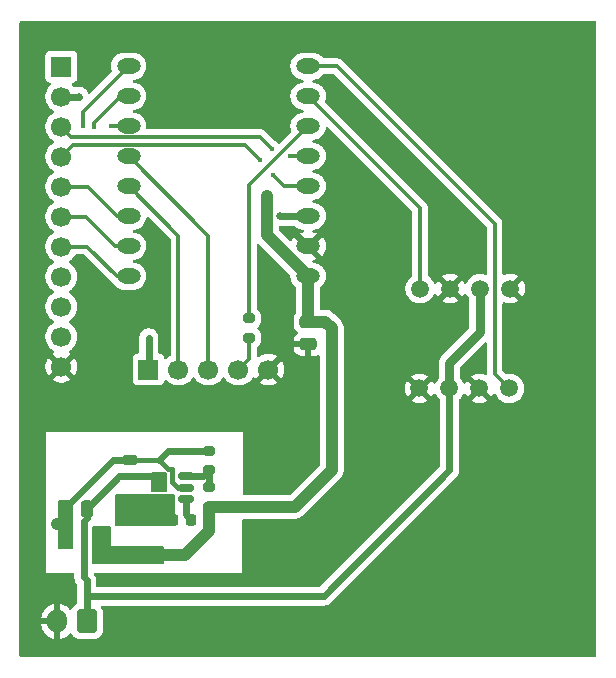
<source format=gtl>
%TF.GenerationSoftware,KiCad,Pcbnew,9.0.7*%
%TF.CreationDate,2026-02-24T20:15:18+00:00*%
%TF.ProjectId,AD5M,4144354d-2e6b-4696-9361-645f70636258,rev?*%
%TF.SameCoordinates,Original*%
%TF.FileFunction,Copper,L1,Top*%
%TF.FilePolarity,Positive*%
%FSLAX46Y46*%
G04 Gerber Fmt 4.6, Leading zero omitted, Abs format (unit mm)*
G04 Created by KiCad (PCBNEW 9.0.7) date 2026-02-24 20:15:18*
%MOMM*%
%LPD*%
G01*
G04 APERTURE LIST*
G04 Aperture macros list*
%AMRoundRect*
0 Rectangle with rounded corners*
0 $1 Rounding radius*
0 $2 $3 $4 $5 $6 $7 $8 $9 X,Y pos of 4 corners*
0 Add a 4 corners polygon primitive as box body*
4,1,4,$2,$3,$4,$5,$6,$7,$8,$9,$2,$3,0*
0 Add four circle primitives for the rounded corners*
1,1,$1+$1,$2,$3*
1,1,$1+$1,$4,$5*
1,1,$1+$1,$6,$7*
1,1,$1+$1,$8,$9*
0 Add four rect primitives between the rounded corners*
20,1,$1+$1,$2,$3,$4,$5,0*
20,1,$1+$1,$4,$5,$6,$7,0*
20,1,$1+$1,$6,$7,$8,$9,0*
20,1,$1+$1,$8,$9,$2,$3,0*%
G04 Aperture macros list end*
%TA.AperFunction,Conductor*%
%ADD10C,0.200000*%
%TD*%
%TA.AperFunction,ComponentPad*%
%ADD11R,1.700000X1.700000*%
%TD*%
%TA.AperFunction,ComponentPad*%
%ADD12C,1.700000*%
%TD*%
%TA.AperFunction,ComponentPad*%
%ADD13C,1.500000*%
%TD*%
%TA.AperFunction,SMDPad,CuDef*%
%ADD14RoundRect,0.200000X0.275000X-0.200000X0.275000X0.200000X-0.275000X0.200000X-0.275000X-0.200000X0*%
%TD*%
%TA.AperFunction,ComponentPad*%
%ADD15RoundRect,0.250000X0.600000X0.750000X-0.600000X0.750000X-0.600000X-0.750000X0.600000X-0.750000X0*%
%TD*%
%TA.AperFunction,ComponentPad*%
%ADD16O,1.700000X2.000000*%
%TD*%
%TA.AperFunction,SMDPad,CuDef*%
%ADD17RoundRect,0.225000X0.375000X-0.225000X0.375000X0.225000X-0.375000X0.225000X-0.375000X-0.225000X0*%
%TD*%
%TA.AperFunction,SMDPad,CuDef*%
%ADD18RoundRect,0.250000X0.250000X0.475000X-0.250000X0.475000X-0.250000X-0.475000X0.250000X-0.475000X0*%
%TD*%
%TA.AperFunction,SMDPad,CuDef*%
%ADD19RoundRect,0.250000X0.325000X0.650000X-0.325000X0.650000X-0.325000X-0.650000X0.325000X-0.650000X0*%
%TD*%
%TA.AperFunction,SMDPad,CuDef*%
%ADD20RoundRect,0.250000X-0.475000X0.250000X-0.475000X-0.250000X0.475000X-0.250000X0.475000X0.250000X0*%
%TD*%
%TA.AperFunction,SMDPad,CuDef*%
%ADD21R,3.700000X1.100000*%
%TD*%
%TA.AperFunction,SMDPad,CuDef*%
%ADD22RoundRect,0.225000X0.225000X0.250000X-0.225000X0.250000X-0.225000X-0.250000X0.225000X-0.250000X0*%
%TD*%
%TA.AperFunction,ComponentPad*%
%ADD23O,2.000000X1.300000*%
%TD*%
%TA.AperFunction,SMDPad,CuDef*%
%ADD24RoundRect,0.150000X0.512500X0.150000X-0.512500X0.150000X-0.512500X-0.150000X0.512500X-0.150000X0*%
%TD*%
%TA.AperFunction,ViaPad*%
%ADD25C,0.650000*%
%TD*%
%TA.AperFunction,ViaPad*%
%ADD26C,0.700000*%
%TD*%
%TA.AperFunction,ViaPad*%
%ADD27C,0.450000*%
%TD*%
%TA.AperFunction,Conductor*%
%ADD28C,0.300000*%
%TD*%
%TA.AperFunction,Conductor*%
%ADD29C,0.600000*%
%TD*%
%TA.AperFunction,Conductor*%
%ADD30C,1.000000*%
%TD*%
%TA.AperFunction,Conductor*%
%ADD31C,0.400000*%
%TD*%
%TA.AperFunction,Conductor*%
%ADD32C,0.800000*%
%TD*%
G04 APERTURE END LIST*
D10*
%TO.N,5V*%
X157150000Y-87350000D02*
X161650000Y-87350000D01*
X161650000Y-88750000D01*
X155750000Y-88750000D01*
X155750000Y-85650000D01*
X157150000Y-85650000D01*
X157150000Y-87350000D01*
%TA.AperFunction,Conductor*%
G36*
X157150000Y-87350000D02*
G01*
X161650000Y-87350000D01*
X161650000Y-88750000D01*
X155750000Y-88750000D01*
X155750000Y-85650000D01*
X157150000Y-85650000D01*
X157150000Y-87350000D01*
G37*
%TD.AperFunction*%
%TO.N,24V*%
X160750000Y-81150000D02*
X161950000Y-81150000D01*
X161950000Y-82650000D01*
X160750000Y-82650000D01*
X160750000Y-81150000D01*
%TA.AperFunction,Conductor*%
G36*
X160750000Y-81150000D02*
G01*
X161950000Y-81150000D01*
X161950000Y-82650000D01*
X160750000Y-82650000D01*
X160750000Y-81150000D01*
G37*
%TD.AperFunction*%
%TO.N,GND*%
X152850000Y-83450000D02*
X153950000Y-83450000D01*
X153950000Y-87450000D01*
X152850000Y-87450000D01*
X152850000Y-83450000D01*
%TA.AperFunction,Conductor*%
G36*
X152850000Y-83450000D02*
G01*
X153950000Y-83450000D01*
X153950000Y-87450000D01*
X152850000Y-87450000D01*
X152850000Y-83450000D01*
G37*
%TD.AperFunction*%
%TO.N,Net-(D1-K)*%
X157650000Y-82950000D02*
X162550000Y-82950000D01*
X162550000Y-85550000D01*
X157650000Y-85550000D01*
X157650000Y-82950000D01*
%TA.AperFunction,Conductor*%
G36*
X157650000Y-82950000D02*
G01*
X162550000Y-82950000D01*
X162550000Y-85550000D01*
X157650000Y-85550000D01*
X157650000Y-82950000D01*
G37*
%TD.AperFunction*%
%TD*%
D11*
%TO.P,J3,1,Pin_1*%
%TO.N,3.3V*%
X160430000Y-72350000D03*
D12*
%TO.P,J3,2,Pin_2*%
%TO.N,SCL*%
X162970000Y-72350000D03*
%TO.P,J3,3,Pin_3*%
%TO.N,SDA*%
X165510000Y-72350000D03*
%TO.P,J3,4,Pin_4*%
%TO.N,Net-(J3-Pin_4)*%
X168050000Y-72350000D03*
%TO.P,J3,5,Pin_5*%
%TO.N,GND*%
X170590000Y-72350000D03*
%TD*%
D13*
%TO.P,U6,1,In_2*%
%TO.N,FAN_EXHAUST*%
X183430000Y-65500000D03*
%TO.P,U6,2,In_1*%
%TO.N,GND*%
X185970000Y-65500000D03*
%TO.P,U6,3,Vm*%
%TO.N,24V*%
X188510000Y-65500000D03*
%TO.P,U6,4,GND*%
%TO.N,GND*%
X191050000Y-65500000D03*
%TD*%
%TO.P,U5,1,In_2*%
%TO.N,FAN_RECIRC*%
X190990000Y-73950000D03*
%TO.P,U5,2,In_1*%
%TO.N,GND*%
X188450000Y-73950000D03*
%TO.P,U5,3,Vm*%
%TO.N,24V*%
X185910000Y-73950000D03*
%TO.P,U5,4,GND*%
%TO.N,GND*%
X183370000Y-73950000D03*
%TD*%
D14*
%TO.P,R3,1*%
%TO.N,Net-(J3-Pin_4)*%
X168950000Y-69675000D03*
%TO.P,R3,2*%
%TO.N,TVOC_LED*%
X168950000Y-68025000D03*
%TD*%
D15*
%TO.P,J1,1,Pin_1*%
%TO.N,24V*%
X155200000Y-93675000D03*
D16*
%TO.P,J1,2,Pin_2*%
%TO.N,GND*%
X152700000Y-93675000D03*
%TD*%
D17*
%TO.P,D1,1,K*%
%TO.N,Net-(D1-K)*%
X158850000Y-83300000D03*
%TO.P,D1,2,A*%
%TO.N,GND*%
X158850000Y-80000000D03*
%TD*%
D18*
%TO.P,C1,1*%
%TO.N,24V*%
X155200000Y-84150000D03*
%TO.P,C1,2*%
%TO.N,GND*%
X153300000Y-84150000D03*
%TD*%
D11*
%TO.P,J2,1,Pin_1*%
%TO.N,5V*%
X153050000Y-46710000D03*
D12*
%TO.P,J2,2,Pin_2*%
%TO.N,3.3V*%
X153050000Y-49250000D03*
%TO.P,J2,3,Pin_3*%
%TO.N,3*%
X153050000Y-51790000D03*
%TO.P,J2,4,Pin_4*%
%TO.N,4*%
X153050000Y-54330000D03*
%TO.P,J2,5,Pin_5*%
%TO.N,10*%
X153050000Y-56870000D03*
%TO.P,J2,6,Pin_6*%
%TO.N,20*%
X153050000Y-59410000D03*
%TO.P,J2,7,Pin_7*%
%TO.N,21*%
X153050000Y-61950000D03*
%TO.P,J2,8,Pin_8*%
%TO.N,5*%
X153050000Y-64490000D03*
%TO.P,J2,9,Pin_9*%
%TO.N,6*%
X153050000Y-67030000D03*
%TO.P,J2,10,Pin_10*%
%TO.N,7*%
X153050000Y-69570000D03*
%TO.P,J2,11,Pin_11*%
%TO.N,GND*%
X153050000Y-72110000D03*
%TD*%
D19*
%TO.P,C4,1*%
%TO.N,5V*%
X156325000Y-86650000D03*
%TO.P,C4,2*%
%TO.N,GND*%
X153375000Y-86650000D03*
%TD*%
D20*
%TO.P,C2,1*%
%TO.N,5V*%
X173950000Y-68300000D03*
%TO.P,C2,2*%
%TO.N,GND*%
X173950000Y-70200000D03*
%TD*%
D21*
%TO.P,L1,1,1*%
%TO.N,Net-(D1-K)*%
X159450000Y-85050000D03*
%TO.P,L1,2,2*%
%TO.N,5V*%
X159450000Y-88050000D03*
%TD*%
D14*
%TO.P,R2,1*%
%TO.N,Net-(U1-FB)*%
X165550000Y-80875000D03*
%TO.P,R2,2*%
%TO.N,GND*%
X165550000Y-79225000D03*
%TD*%
D22*
%TO.P,C3,1*%
%TO.N,Net-(U1-CB)*%
X164025000Y-85050000D03*
%TO.P,C3,2*%
%TO.N,Net-(D1-K)*%
X162475000Y-85050000D03*
%TD*%
D23*
%TO.P,U2,1,5_A5_MISO*%
%TO.N,5*%
X158750000Y-46660000D03*
%TO.P,U2,2,6_MOSI*%
%TO.N,6*%
X158750000Y-49200000D03*
%TO.P,U2,3,7_SS*%
%TO.N,7*%
X158750000Y-51740000D03*
%TO.P,U2,4,8_SDA*%
%TO.N,SDA*%
X158750000Y-54280000D03*
%TO.P,U2,5,9_SCL*%
%TO.N,SCL*%
X158750000Y-56820000D03*
%TO.P,U2,6,10*%
%TO.N,10*%
X158750000Y-59360000D03*
%TO.P,U2,7,20_RX*%
%TO.N,20*%
X158750000Y-61900000D03*
%TO.P,U2,8,21_TX*%
%TO.N,21*%
X158750000Y-64440000D03*
%TO.P,U2,9,5V*%
%TO.N,5V*%
X173950000Y-64440000D03*
%TO.P,U2,10,GND*%
%TO.N,GND*%
X173950000Y-61900000D03*
%TO.P,U2,11,3.3V*%
%TO.N,3.3V*%
X173950000Y-59360000D03*
%TO.P,U2,12,4_A4_SCK*%
%TO.N,4*%
X173950000Y-56820000D03*
%TO.P,U2,13,3_A3*%
%TO.N,3*%
X173950000Y-54280000D03*
%TO.P,U2,14,2_A2*%
%TO.N,TVOC_LED*%
X173950000Y-51740000D03*
%TO.P,U2,15,1_A1*%
%TO.N,FAN_EXHAUST*%
X173950000Y-49200000D03*
%TO.P,U2,16,0_A0*%
%TO.N,FAN_RECIRC*%
X173950000Y-46660000D03*
%TD*%
D14*
%TO.P,R1,1*%
%TO.N,5V*%
X165550000Y-83975000D03*
%TO.P,R1,2*%
%TO.N,Net-(U1-FB)*%
X165550000Y-82325000D03*
%TD*%
D24*
%TO.P,U1,1,CB*%
%TO.N,Net-(U1-CB)*%
X163587500Y-83300000D03*
%TO.P,U1,2,GND*%
%TO.N,GND*%
X163587500Y-82350000D03*
%TO.P,U1,3,FB*%
%TO.N,Net-(U1-FB)*%
X163587500Y-81400000D03*
%TO.P,U1,4,~{SHDN}*%
%TO.N,24V*%
X161312500Y-81400000D03*
%TO.P,U1,5,Vin*%
X161312500Y-82350000D03*
%TO.P,U1,6,SW*%
%TO.N,Net-(D1-K)*%
X161312500Y-83300000D03*
%TD*%
D25*
%TO.N,GND*%
X176050000Y-58550000D03*
X176050000Y-54550000D03*
X176050000Y-63150000D03*
X176350000Y-49150000D03*
X179350000Y-52150000D03*
X183150000Y-55850000D03*
X173950000Y-72850000D03*
X172250000Y-60650000D03*
X184550000Y-70450000D03*
X184550000Y-69050000D03*
X191350000Y-69150000D03*
X191350000Y-70450000D03*
X188350000Y-71650000D03*
X165350000Y-44050000D03*
X165350000Y-46650000D03*
X157850000Y-66750000D03*
X161850000Y-70250000D03*
X171150000Y-68750000D03*
X150750000Y-90450000D03*
X152850000Y-90450000D03*
X150750000Y-88050000D03*
X169450000Y-76350000D03*
X150750000Y-76350000D03*
X169450000Y-78850000D03*
X169350000Y-81550000D03*
X169350000Y-86250000D03*
X169250000Y-88550000D03*
X167450000Y-90150000D03*
X164450000Y-90150000D03*
X161550000Y-90150000D03*
X158850000Y-90150000D03*
X166550000Y-76350000D03*
X162250000Y-76350000D03*
X158050000Y-76350000D03*
X153950000Y-76350000D03*
X150750000Y-80350000D03*
D26*
X150750000Y-84150000D03*
D25*
X169750000Y-49250000D03*
X165350000Y-49250000D03*
X186950000Y-60450000D03*
X185550000Y-60450000D03*
X171150000Y-66950000D03*
X161250000Y-66850000D03*
X161250000Y-62650000D03*
X171150000Y-65350000D03*
D27*
%TO.N,7*%
X157250000Y-51740000D03*
%TO.N,6*%
X155850000Y-51850000D03*
%TO.N,5*%
X154850000Y-51750000D03*
%TO.N,3*%
X170850000Y-53650000D03*
X172450000Y-54250000D03*
%TO.N,4*%
X170950000Y-55850000D03*
X169850000Y-54650000D03*
D25*
%TO.N,3.3V*%
X154550000Y-49250000D03*
%TO.N,5V*%
X170450000Y-57650000D03*
%TO.N,3.3V*%
X171550000Y-59350000D03*
D27*
X160450000Y-69650000D03*
D25*
%TO.N,GND*%
X152650000Y-85450000D03*
%TD*%
D28*
%TO.N,FAN_EXHAUST*%
X183430000Y-58680000D02*
X183430000Y-65500000D01*
X173950000Y-49200000D02*
X183430000Y-58680000D01*
%TO.N,FAN_RECIRC*%
X189750000Y-72710000D02*
X190990000Y-73950000D01*
X176360000Y-46660000D02*
X189750000Y-60050000D01*
X189750000Y-60050000D02*
X189750000Y-72710000D01*
X173950000Y-46660000D02*
X176360000Y-46660000D01*
%TO.N,6*%
X158125003Y-49200000D02*
X158750000Y-49200000D01*
X155850000Y-51475003D02*
X158125003Y-49200000D01*
X155850000Y-51850000D02*
X155850000Y-51475003D01*
%TO.N,7*%
X157250000Y-51740000D02*
X158750000Y-51740000D01*
%TO.N,5*%
X154850000Y-50560000D02*
X154850000Y-51750000D01*
X158750000Y-46660000D02*
X154850000Y-50560000D01*
%TO.N,3*%
X153901000Y-52641000D02*
X153050000Y-51790000D01*
X169841000Y-52641000D02*
X153901000Y-52641000D01*
X170850000Y-53650000D02*
X169841000Y-52641000D01*
X172480000Y-54280000D02*
X172450000Y-54250000D01*
X173950000Y-54280000D02*
X172480000Y-54280000D01*
%TO.N,4*%
X154001000Y-53379000D02*
X153050000Y-54330000D01*
X169850000Y-54650000D02*
X168579000Y-53379000D01*
X168579000Y-53379000D02*
X154001000Y-53379000D01*
X171920000Y-56820000D02*
X170950000Y-55850000D01*
X173950000Y-56820000D02*
X171920000Y-56820000D01*
%TO.N,10*%
X155270000Y-56870000D02*
X153050000Y-56870000D01*
X157760000Y-59360000D02*
X155270000Y-56870000D01*
X158750000Y-59360000D02*
X157760000Y-59360000D01*
%TO.N,20*%
X155110000Y-59410000D02*
X153050000Y-59410000D01*
X157600000Y-61900000D02*
X155110000Y-59410000D01*
X158750000Y-61900000D02*
X157600000Y-61900000D01*
%TO.N,21*%
X157740000Y-64440000D02*
X155250000Y-61950000D01*
X155250000Y-61950000D02*
X153050000Y-61950000D01*
X158750000Y-64440000D02*
X157740000Y-64440000D01*
D29*
%TO.N,3.3V*%
X153050000Y-49250000D02*
X154550000Y-49250000D01*
D30*
%TO.N,5V*%
X170450000Y-60940000D02*
X170450000Y-57650000D01*
X173950000Y-64440000D02*
X170450000Y-60940000D01*
D28*
%TO.N,SDA*%
X165510000Y-72350000D02*
X165510000Y-61040000D01*
X165510000Y-61040000D02*
X158750000Y-54280000D01*
%TO.N,SCL*%
X162970000Y-61040000D02*
X158750000Y-56820000D01*
X162970000Y-72350000D02*
X162970000Y-61040000D01*
D29*
%TO.N,3.3V*%
X160450000Y-69650000D02*
X160450000Y-72330000D01*
X160450000Y-72330000D02*
X160430000Y-72350000D01*
X171560000Y-59360000D02*
X171550000Y-59350000D01*
X173950000Y-59360000D02*
X171560000Y-59360000D01*
D28*
%TO.N,TVOC_LED*%
X168950000Y-56740000D02*
X173950000Y-51740000D01*
X168950000Y-68025000D02*
X168950000Y-56740000D01*
%TO.N,Net-(J3-Pin_4)*%
X168950000Y-69675000D02*
X168950000Y-71450000D01*
X168950000Y-71450000D02*
X168050000Y-72350000D01*
D30*
%TO.N,5V*%
X173950000Y-68300000D02*
X173950000Y-64440000D01*
X175400000Y-68300000D02*
X173950000Y-68300000D01*
X175950000Y-80850000D02*
X175950000Y-68850000D01*
X172825000Y-83975000D02*
X175950000Y-80850000D01*
X175950000Y-68850000D02*
X175400000Y-68300000D01*
X165550000Y-83975000D02*
X172825000Y-83975000D01*
D29*
%TO.N,24V*%
X185910000Y-80890000D02*
X185910000Y-73950000D01*
X175250000Y-91550000D02*
X185910000Y-80890000D01*
X155200000Y-91550000D02*
X175250000Y-91550000D01*
X155200000Y-91550000D02*
X155200000Y-90200000D01*
X155200000Y-84900000D02*
X155200000Y-84150000D01*
X154950000Y-85150000D02*
X155200000Y-84900000D01*
X155200000Y-90200000D02*
X154950000Y-89950000D01*
X154950000Y-89950000D02*
X154950000Y-85150000D01*
X155200000Y-93675000D02*
X155200000Y-91550000D01*
%TO.N,GND*%
X162071389Y-79225000D02*
X161296389Y-80000000D01*
X165550000Y-79225000D02*
X162071389Y-79225000D01*
%TO.N,Net-(U1-FB)*%
X165025000Y-81400000D02*
X165550000Y-80875000D01*
X163587500Y-81400000D02*
X165025000Y-81400000D01*
X165550000Y-82325000D02*
X165550000Y-80875000D01*
D30*
%TO.N,GND*%
X153400000Y-85450000D02*
X152650000Y-85450000D01*
%TO.N,5V*%
X163562187Y-88050000D02*
X159450000Y-88050000D01*
X165550000Y-86062187D02*
X163562187Y-88050000D01*
X165550000Y-83975000D02*
X165550000Y-86062187D01*
D29*
%TO.N,Net-(U1-CB)*%
X163587500Y-84612500D02*
X164025000Y-85050000D01*
X163587500Y-83300000D02*
X163587500Y-84612500D01*
D31*
%TO.N,GND*%
X162046389Y-80750000D02*
X161296389Y-80000000D01*
X162450000Y-80750000D02*
X162046389Y-80750000D01*
X162450000Y-81874999D02*
X162450000Y-80750000D01*
X162925001Y-82350000D02*
X162450000Y-81874999D01*
X161296389Y-80000000D02*
X158850000Y-80000000D01*
X163587500Y-82350000D02*
X162925001Y-82350000D01*
D29*
X157450000Y-80000000D02*
X153300000Y-84150000D01*
X158850000Y-80000000D02*
X157450000Y-80000000D01*
%TO.N,24V*%
X157950000Y-81400000D02*
X161312500Y-81400000D01*
X155200000Y-84150000D02*
X157950000Y-81400000D01*
D32*
X185910000Y-73950000D02*
X185910000Y-71790000D01*
X188510000Y-69190000D02*
X188510000Y-65500000D01*
X185910000Y-71790000D02*
X188510000Y-69190000D01*
%TD*%
%TA.AperFunction,Conductor*%
%TO.N,GND*%
G36*
X175600259Y-51790471D02*
G01*
X175651310Y-51821256D01*
X182743181Y-58913127D01*
X182776666Y-58974450D01*
X182779500Y-59000808D01*
X182779500Y-64363731D01*
X182759815Y-64430770D01*
X182728386Y-64464049D01*
X182615352Y-64546173D01*
X182476174Y-64685351D01*
X182476174Y-64685352D01*
X182476172Y-64685354D01*
X182426485Y-64753741D01*
X182360476Y-64844594D01*
X182271117Y-65019970D01*
X182210290Y-65207173D01*
X182179500Y-65401577D01*
X182179500Y-65598422D01*
X182210290Y-65792826D01*
X182271117Y-65980029D01*
X182357828Y-66150208D01*
X182360476Y-66155405D01*
X182476172Y-66314646D01*
X182615354Y-66453828D01*
X182774595Y-66569524D01*
X182857455Y-66611743D01*
X182949970Y-66658882D01*
X182949972Y-66658882D01*
X182949975Y-66658884D01*
X183050317Y-66691487D01*
X183137173Y-66719709D01*
X183331578Y-66750500D01*
X183331583Y-66750500D01*
X183528422Y-66750500D01*
X183722826Y-66719709D01*
X183741144Y-66713757D01*
X183910025Y-66658884D01*
X184085405Y-66569524D01*
X184244646Y-66453828D01*
X184383828Y-66314646D01*
X184499524Y-66155405D01*
X184588884Y-65980025D01*
X184588884Y-65980022D01*
X184589795Y-65978236D01*
X184637769Y-65927440D01*
X184705590Y-65910644D01*
X184771725Y-65933181D01*
X184810765Y-65978235D01*
X184900905Y-66155145D01*
X184926319Y-66190125D01*
X184926320Y-66190125D01*
X185570000Y-65546445D01*
X185570000Y-65552661D01*
X185597259Y-65654394D01*
X185649920Y-65745606D01*
X185724394Y-65820080D01*
X185815606Y-65872741D01*
X185917339Y-65900000D01*
X185923553Y-65900000D01*
X185279873Y-66543677D01*
X185279873Y-66543678D01*
X185314858Y-66569096D01*
X185490164Y-66658418D01*
X185677294Y-66719221D01*
X185871618Y-66750000D01*
X186068382Y-66750000D01*
X186262705Y-66719221D01*
X186449835Y-66658418D01*
X186625143Y-66569095D01*
X186660125Y-66543678D01*
X186660126Y-66543678D01*
X186016448Y-65900000D01*
X186022661Y-65900000D01*
X186124394Y-65872741D01*
X186215606Y-65820080D01*
X186290080Y-65745606D01*
X186342741Y-65654394D01*
X186370000Y-65552661D01*
X186370000Y-65546448D01*
X187013678Y-66190126D01*
X187013678Y-66190125D01*
X187039097Y-66155141D01*
X187129234Y-65978236D01*
X187177208Y-65927439D01*
X187245029Y-65910644D01*
X187311164Y-65933181D01*
X187350204Y-65978235D01*
X187351115Y-65980024D01*
X187351116Y-65980025D01*
X187440476Y-66155405D01*
X187556172Y-66314646D01*
X187556174Y-66314648D01*
X187573181Y-66331655D01*
X187606666Y-66392978D01*
X187609500Y-66419336D01*
X187609500Y-68765637D01*
X187589815Y-68832676D01*
X187573181Y-68853318D01*
X185210540Y-71215958D01*
X185210537Y-71215961D01*
X185182670Y-71257669D01*
X185111985Y-71363455D01*
X185078046Y-71445393D01*
X185044106Y-71527329D01*
X185044103Y-71527341D01*
X185009500Y-71701303D01*
X185009500Y-73030664D01*
X184989815Y-73097703D01*
X184973181Y-73118345D01*
X184956174Y-73135351D01*
X184956174Y-73135352D01*
X184956172Y-73135354D01*
X184906485Y-73203741D01*
X184840476Y-73294594D01*
X184750204Y-73471764D01*
X184702229Y-73522560D01*
X184634408Y-73539355D01*
X184568274Y-73516818D01*
X184529234Y-73471764D01*
X184439096Y-73294858D01*
X184413678Y-73259873D01*
X184413677Y-73259873D01*
X183770000Y-73903551D01*
X183770000Y-73897339D01*
X183742741Y-73795606D01*
X183690080Y-73704394D01*
X183615606Y-73629920D01*
X183524394Y-73577259D01*
X183422661Y-73550000D01*
X183416447Y-73550000D01*
X184060125Y-72906320D01*
X184060125Y-72906319D01*
X184025145Y-72880905D01*
X183849835Y-72791581D01*
X183662705Y-72730778D01*
X183468382Y-72700000D01*
X183271618Y-72700000D01*
X183077294Y-72730778D01*
X182890161Y-72791582D01*
X182714863Y-72880899D01*
X182714859Y-72880902D01*
X182679873Y-72906320D01*
X182679872Y-72906320D01*
X183323554Y-73550000D01*
X183317339Y-73550000D01*
X183215606Y-73577259D01*
X183124394Y-73629920D01*
X183049920Y-73704394D01*
X182997259Y-73795606D01*
X182970000Y-73897339D01*
X182970000Y-73903552D01*
X182326320Y-73259872D01*
X182326320Y-73259873D01*
X182300902Y-73294859D01*
X182300899Y-73294863D01*
X182211582Y-73470161D01*
X182150778Y-73657294D01*
X182120000Y-73851617D01*
X182120000Y-74048382D01*
X182150778Y-74242705D01*
X182211581Y-74429835D01*
X182300905Y-74605145D01*
X182326319Y-74640125D01*
X182326320Y-74640125D01*
X182970000Y-73996445D01*
X182970000Y-74002661D01*
X182997259Y-74104394D01*
X183049920Y-74195606D01*
X183124394Y-74270080D01*
X183215606Y-74322741D01*
X183317339Y-74350000D01*
X183323553Y-74350000D01*
X182679873Y-74993677D01*
X182679873Y-74993678D01*
X182714858Y-75019096D01*
X182890164Y-75108418D01*
X183077294Y-75169221D01*
X183271618Y-75200000D01*
X183468382Y-75200000D01*
X183662705Y-75169221D01*
X183849835Y-75108418D01*
X184025143Y-75019095D01*
X184060125Y-74993678D01*
X184060126Y-74993678D01*
X183416448Y-74350000D01*
X183422661Y-74350000D01*
X183524394Y-74322741D01*
X183615606Y-74270080D01*
X183690080Y-74195606D01*
X183742741Y-74104394D01*
X183770000Y-74002661D01*
X183770000Y-73996448D01*
X184413678Y-74640126D01*
X184413678Y-74640125D01*
X184439097Y-74605141D01*
X184529234Y-74428236D01*
X184577208Y-74377439D01*
X184645029Y-74360644D01*
X184711164Y-74383181D01*
X184750204Y-74428235D01*
X184751115Y-74430024D01*
X184751116Y-74430025D01*
X184840476Y-74605405D01*
X184956172Y-74764646D01*
X184956174Y-74764648D01*
X185073181Y-74881655D01*
X185106666Y-74942978D01*
X185109500Y-74969336D01*
X185109500Y-80507060D01*
X185089815Y-80574099D01*
X185073181Y-80594741D01*
X174954741Y-90713181D01*
X174893418Y-90746666D01*
X174867060Y-90749500D01*
X156124500Y-90749500D01*
X156057461Y-90729815D01*
X156011706Y-90677011D01*
X156000500Y-90625500D01*
X156000500Y-90121155D01*
X156000499Y-90121153D01*
X155969738Y-89966510D01*
X155969737Y-89966503D01*
X155930244Y-89871158D01*
X155909397Y-89820827D01*
X155909390Y-89820814D01*
X155857323Y-89742891D01*
X155836445Y-89676214D01*
X155854929Y-89608834D01*
X155906908Y-89562143D01*
X155960425Y-89550000D01*
X168350000Y-89550000D01*
X168387408Y-85098458D01*
X168407656Y-85031586D01*
X168460842Y-84986277D01*
X168511404Y-84975500D01*
X172923543Y-84975500D01*
X172957777Y-84968689D01*
X173049223Y-84950500D01*
X173116836Y-84937051D01*
X173170165Y-84914961D01*
X173298914Y-84861632D01*
X173462782Y-84752139D01*
X173602139Y-84612782D01*
X173602139Y-84612780D01*
X173612347Y-84602573D01*
X173612348Y-84602570D01*
X176727139Y-81487782D01*
X176733112Y-81478843D01*
X176836632Y-81323914D01*
X176894459Y-81184306D01*
X176912051Y-81141836D01*
X176950500Y-80948541D01*
X176950500Y-80751460D01*
X176950500Y-68751459D01*
X176950500Y-68751456D01*
X176922150Y-68608938D01*
X176920664Y-68601465D01*
X176912051Y-68558164D01*
X176880811Y-68482745D01*
X176879066Y-68478532D01*
X176879064Y-68478526D01*
X176836635Y-68376093D01*
X176836634Y-68376092D01*
X176836632Y-68376086D01*
X176798116Y-68318443D01*
X176727140Y-68212219D01*
X176699969Y-68185048D01*
X176587782Y-68072861D01*
X176587781Y-68072860D01*
X176184208Y-67669288D01*
X176184206Y-67669285D01*
X176184206Y-67669286D01*
X176177139Y-67662219D01*
X176177139Y-67662218D01*
X176037782Y-67522861D01*
X176037781Y-67522860D01*
X176037780Y-67522859D01*
X175873920Y-67413371D01*
X175873907Y-67413364D01*
X175721123Y-67350079D01*
X175721115Y-67350077D01*
X175711859Y-67346243D01*
X175691836Y-67337949D01*
X175551332Y-67310001D01*
X175549207Y-67309578D01*
X175549193Y-67309575D01*
X175498542Y-67299500D01*
X175498541Y-67299500D01*
X175074500Y-67299500D01*
X175007461Y-67279815D01*
X174961706Y-67227011D01*
X174950500Y-67175500D01*
X174950500Y-65452662D01*
X174970185Y-65385623D01*
X175001616Y-65352343D01*
X175049497Y-65317556D01*
X175049497Y-65317555D01*
X175049501Y-65317553D01*
X175177553Y-65189501D01*
X175283996Y-65042994D01*
X175366211Y-64881639D01*
X175422171Y-64709409D01*
X175448025Y-64546174D01*
X175450500Y-64530551D01*
X175450500Y-64349448D01*
X175427781Y-64206014D01*
X175422171Y-64170591D01*
X175366211Y-63998361D01*
X175366211Y-63998360D01*
X175337740Y-63942484D01*
X175283996Y-63837006D01*
X175244162Y-63782179D01*
X175177558Y-63690505D01*
X175177554Y-63690500D01*
X175049499Y-63562445D01*
X175049494Y-63562441D01*
X174902997Y-63456006D01*
X174902996Y-63456005D01*
X174902994Y-63456004D01*
X174851300Y-63429664D01*
X174741639Y-63373788D01*
X174741636Y-63373787D01*
X174569410Y-63317828D01*
X174407720Y-63292219D01*
X174344585Y-63262289D01*
X174307654Y-63202978D01*
X174308652Y-63133115D01*
X174347262Y-63074883D01*
X174407721Y-63047273D01*
X174569287Y-63021684D01*
X174569289Y-63021683D01*
X174681630Y-62985182D01*
X173996448Y-62300000D01*
X174002661Y-62300000D01*
X174104394Y-62272741D01*
X174195606Y-62220080D01*
X174270080Y-62145606D01*
X174322741Y-62054394D01*
X174350000Y-61952661D01*
X174350000Y-61946448D01*
X175114949Y-62711397D01*
X175177172Y-62649173D01*
X175177176Y-62649169D01*
X175283565Y-62502734D01*
X175365747Y-62341447D01*
X175365748Y-62341444D01*
X175421682Y-62169293D01*
X175450000Y-61990506D01*
X175450000Y-61809493D01*
X175421682Y-61630706D01*
X175365748Y-61458555D01*
X175365747Y-61458552D01*
X175283565Y-61297265D01*
X175177176Y-61150830D01*
X175114949Y-61088603D01*
X174350000Y-61853552D01*
X174350000Y-61847339D01*
X174322741Y-61745606D01*
X174270080Y-61654394D01*
X174195606Y-61579920D01*
X174104394Y-61527259D01*
X174002661Y-61500000D01*
X173996449Y-61500000D01*
X174681629Y-60814817D01*
X174681629Y-60814816D01*
X174569293Y-60778317D01*
X174407720Y-60752726D01*
X174344585Y-60722797D01*
X174307654Y-60663485D01*
X174308652Y-60593623D01*
X174347262Y-60535390D01*
X174407720Y-60507780D01*
X174422270Y-60505475D01*
X174569409Y-60482171D01*
X174741639Y-60426211D01*
X174902994Y-60343996D01*
X175049501Y-60237553D01*
X175177553Y-60109501D01*
X175283996Y-59962994D01*
X175366211Y-59801639D01*
X175422171Y-59629409D01*
X175440088Y-59516286D01*
X175450500Y-59450551D01*
X175450500Y-59269448D01*
X175434019Y-59165397D01*
X175422171Y-59090591D01*
X175366211Y-58918361D01*
X175366211Y-58918360D01*
X175337740Y-58862484D01*
X175283996Y-58757006D01*
X175181500Y-58615931D01*
X175177558Y-58610505D01*
X175177554Y-58610500D01*
X175049499Y-58482445D01*
X175049494Y-58482441D01*
X174902997Y-58376006D01*
X174902996Y-58376005D01*
X174902994Y-58376004D01*
X174844913Y-58346410D01*
X174741639Y-58293788D01*
X174741636Y-58293787D01*
X174569410Y-58237829D01*
X174409321Y-58212473D01*
X174346186Y-58182544D01*
X174309255Y-58123232D01*
X174310253Y-58053370D01*
X174348863Y-57995137D01*
X174409321Y-57967527D01*
X174479425Y-57956422D01*
X174569409Y-57942171D01*
X174741639Y-57886211D01*
X174902994Y-57803996D01*
X175049501Y-57697553D01*
X175177553Y-57569501D01*
X175283996Y-57422994D01*
X175366211Y-57261639D01*
X175422171Y-57089409D01*
X175440088Y-56976286D01*
X175450500Y-56910551D01*
X175450500Y-56729448D01*
X175434019Y-56625397D01*
X175422171Y-56550591D01*
X175366211Y-56378361D01*
X175366211Y-56378360D01*
X175332642Y-56312479D01*
X175283996Y-56217006D01*
X175212344Y-56118385D01*
X175177558Y-56070505D01*
X175177554Y-56070500D01*
X175049499Y-55942445D01*
X175049494Y-55942441D01*
X174902997Y-55836006D01*
X174902996Y-55836005D01*
X174902994Y-55836004D01*
X174851300Y-55809664D01*
X174741639Y-55753788D01*
X174741636Y-55753787D01*
X174569410Y-55697829D01*
X174409321Y-55672473D01*
X174346186Y-55642544D01*
X174309255Y-55583232D01*
X174310253Y-55513370D01*
X174348863Y-55455137D01*
X174409321Y-55427527D01*
X174479425Y-55416422D01*
X174569409Y-55402171D01*
X174741639Y-55346211D01*
X174902994Y-55263996D01*
X175049501Y-55157553D01*
X175177553Y-55029501D01*
X175283996Y-54882994D01*
X175366211Y-54721639D01*
X175422171Y-54549409D01*
X175440088Y-54436286D01*
X175450500Y-54370551D01*
X175450500Y-54189448D01*
X175428437Y-54050153D01*
X175422171Y-54010591D01*
X175366211Y-53838361D01*
X175366211Y-53838360D01*
X175337740Y-53782484D01*
X175283996Y-53677006D01*
X175244162Y-53622179D01*
X175177558Y-53530505D01*
X175177554Y-53530500D01*
X175049499Y-53402445D01*
X175049494Y-53402441D01*
X174902997Y-53296006D01*
X174902996Y-53296005D01*
X174902994Y-53296004D01*
X174851300Y-53269664D01*
X174741639Y-53213788D01*
X174741636Y-53213787D01*
X174569410Y-53157829D01*
X174409321Y-53132473D01*
X174346186Y-53102544D01*
X174309255Y-53043232D01*
X174310253Y-52973370D01*
X174348863Y-52915137D01*
X174409321Y-52887527D01*
X174479425Y-52876422D01*
X174569409Y-52862171D01*
X174741639Y-52806211D01*
X174902994Y-52723996D01*
X175049501Y-52617553D01*
X175177553Y-52489501D01*
X175283996Y-52342994D01*
X175366211Y-52181639D01*
X175422171Y-52009409D01*
X175441156Y-51889539D01*
X175471085Y-51826405D01*
X175530396Y-51789473D01*
X175600259Y-51790471D01*
G37*
%TD.AperFunction*%
%TA.AperFunction,Conductor*%
G36*
X189018834Y-70057179D02*
G01*
X189074767Y-70099051D01*
X189099184Y-70164515D01*
X189099500Y-70173361D01*
X189099500Y-72676279D01*
X189079815Y-72743318D01*
X189027011Y-72789073D01*
X188957853Y-72799017D01*
X188934610Y-72792643D01*
X188934467Y-72793086D01*
X188742705Y-72730778D01*
X188548382Y-72700000D01*
X188351618Y-72700000D01*
X188157294Y-72730778D01*
X187970161Y-72791582D01*
X187794863Y-72880899D01*
X187794859Y-72880902D01*
X187759873Y-72906320D01*
X187759872Y-72906320D01*
X188403553Y-73550000D01*
X188397339Y-73550000D01*
X188295606Y-73577259D01*
X188204394Y-73629920D01*
X188129920Y-73704394D01*
X188077259Y-73795606D01*
X188050000Y-73897339D01*
X188050000Y-73903552D01*
X187406320Y-73259872D01*
X187406320Y-73259873D01*
X187380902Y-73294859D01*
X187290765Y-73471764D01*
X187242790Y-73522560D01*
X187174969Y-73539355D01*
X187108835Y-73516818D01*
X187069795Y-73471763D01*
X186979525Y-73294596D01*
X186945578Y-73247873D01*
X186863828Y-73135354D01*
X186846819Y-73118345D01*
X186813334Y-73057022D01*
X186810500Y-73030664D01*
X186810500Y-72214361D01*
X186830185Y-72147322D01*
X186846819Y-72126680D01*
X188887819Y-70085680D01*
X188949142Y-70052195D01*
X189018834Y-70057179D01*
G37*
%TD.AperFunction*%
%TA.AperFunction,Conductor*%
G36*
X176106231Y-47330185D02*
G01*
X176126873Y-47346819D01*
X189063181Y-60283127D01*
X189096666Y-60344450D01*
X189099500Y-60370808D01*
X189099500Y-64206014D01*
X189079815Y-64273053D01*
X189027011Y-64318808D01*
X188957853Y-64328752D01*
X188937182Y-64323945D01*
X188802829Y-64280291D01*
X188608422Y-64249500D01*
X188608417Y-64249500D01*
X188411583Y-64249500D01*
X188411578Y-64249500D01*
X188217173Y-64280290D01*
X188029970Y-64341117D01*
X187854594Y-64430476D01*
X187763741Y-64496485D01*
X187695354Y-64546172D01*
X187695352Y-64546174D01*
X187695351Y-64546174D01*
X187556174Y-64685351D01*
X187556174Y-64685352D01*
X187556172Y-64685354D01*
X187506485Y-64753741D01*
X187440476Y-64844594D01*
X187350204Y-65021764D01*
X187302229Y-65072560D01*
X187234408Y-65089355D01*
X187168274Y-65066818D01*
X187129234Y-65021764D01*
X187039096Y-64844858D01*
X187013678Y-64809873D01*
X187013677Y-64809873D01*
X186370000Y-65453551D01*
X186370000Y-65447339D01*
X186342741Y-65345606D01*
X186290080Y-65254394D01*
X186215606Y-65179920D01*
X186124394Y-65127259D01*
X186022661Y-65100000D01*
X186016447Y-65100000D01*
X186660125Y-64456320D01*
X186660125Y-64456319D01*
X186625145Y-64430905D01*
X186449835Y-64341581D01*
X186262705Y-64280778D01*
X186068382Y-64250000D01*
X185871618Y-64250000D01*
X185677294Y-64280778D01*
X185490161Y-64341582D01*
X185314863Y-64430899D01*
X185314859Y-64430902D01*
X185279873Y-64456320D01*
X185279872Y-64456320D01*
X185923554Y-65100000D01*
X185917339Y-65100000D01*
X185815606Y-65127259D01*
X185724394Y-65179920D01*
X185649920Y-65254394D01*
X185597259Y-65345606D01*
X185570000Y-65447339D01*
X185570000Y-65453552D01*
X184926320Y-64809872D01*
X184926320Y-64809873D01*
X184900902Y-64844859D01*
X184810765Y-65021764D01*
X184762790Y-65072560D01*
X184694969Y-65089355D01*
X184628835Y-65066818D01*
X184589795Y-65021763D01*
X184499525Y-64844596D01*
X184471659Y-64806243D01*
X184383828Y-64685354D01*
X184244646Y-64546172D01*
X184129018Y-64462162D01*
X184126523Y-64460145D01*
X184108399Y-64433942D01*
X184088949Y-64408718D01*
X184088202Y-64404742D01*
X184086777Y-64402682D01*
X184086547Y-64395932D01*
X184080500Y-64363731D01*
X184080500Y-58615928D01*
X184055502Y-58490261D01*
X184055501Y-58490260D01*
X184055501Y-58490256D01*
X184010473Y-58381548D01*
X184006466Y-58371874D01*
X183954290Y-58293787D01*
X183935278Y-58265332D01*
X183935272Y-58265325D01*
X175406545Y-49736599D01*
X175373060Y-49675276D01*
X175376294Y-49610603D01*
X175422171Y-49469409D01*
X175440088Y-49356286D01*
X175450500Y-49290551D01*
X175450500Y-49109448D01*
X175422818Y-48934677D01*
X175422171Y-48930591D01*
X175366211Y-48758361D01*
X175366211Y-48758360D01*
X175337740Y-48702484D01*
X175283996Y-48597006D01*
X175244162Y-48542179D01*
X175177558Y-48450505D01*
X175177554Y-48450500D01*
X175049499Y-48322445D01*
X175049494Y-48322441D01*
X174902997Y-48216006D01*
X174902996Y-48216005D01*
X174902994Y-48216004D01*
X174851300Y-48189664D01*
X174741639Y-48133788D01*
X174741636Y-48133787D01*
X174569410Y-48077829D01*
X174409321Y-48052473D01*
X174346186Y-48022544D01*
X174309255Y-47963232D01*
X174310253Y-47893370D01*
X174348863Y-47835137D01*
X174409321Y-47807527D01*
X174479425Y-47796422D01*
X174569409Y-47782171D01*
X174741639Y-47726211D01*
X174902994Y-47643996D01*
X175049501Y-47537553D01*
X175177553Y-47409501D01*
X175180316Y-47405697D01*
X175212345Y-47361615D01*
X175267674Y-47318949D01*
X175312663Y-47310500D01*
X176039192Y-47310500D01*
X176106231Y-47330185D01*
G37*
%TD.AperFunction*%
%TA.AperFunction,Conductor*%
G36*
X172789123Y-60180185D02*
G01*
X172809765Y-60196819D01*
X172850500Y-60237554D01*
X172850505Y-60237558D01*
X172922392Y-60289786D01*
X172997006Y-60343996D01*
X173102484Y-60397740D01*
X173158360Y-60426211D01*
X173158363Y-60426212D01*
X173201135Y-60440109D01*
X173330591Y-60482171D01*
X173446790Y-60500575D01*
X173492279Y-60507780D01*
X173555414Y-60537709D01*
X173592345Y-60597021D01*
X173591347Y-60666883D01*
X173552737Y-60725116D01*
X173492279Y-60752726D01*
X173330704Y-60778317D01*
X173218369Y-60814816D01*
X173218369Y-60814817D01*
X173903552Y-61500000D01*
X173897339Y-61500000D01*
X173795606Y-61527259D01*
X173704394Y-61579920D01*
X173629920Y-61654394D01*
X173577259Y-61745606D01*
X173550000Y-61847339D01*
X173550000Y-61853552D01*
X172785051Y-61088603D01*
X172722827Y-61150826D01*
X172722823Y-61150830D01*
X172616432Y-61297267D01*
X172560841Y-61406370D01*
X172512867Y-61457165D01*
X172445046Y-61473960D01*
X172378911Y-61451422D01*
X172362676Y-61437755D01*
X171486819Y-60561898D01*
X171472115Y-60534970D01*
X171455523Y-60509152D01*
X171454631Y-60502951D01*
X171453334Y-60500575D01*
X171450500Y-60474217D01*
X171450500Y-60299500D01*
X171470185Y-60232461D01*
X171522989Y-60186706D01*
X171574500Y-60175500D01*
X171631306Y-60175500D01*
X171694734Y-60162883D01*
X171718926Y-60160500D01*
X172722084Y-60160500D01*
X172789123Y-60180185D01*
G37*
%TD.AperFunction*%
%TA.AperFunction,Conductor*%
G36*
X198292539Y-42870185D02*
G01*
X198338294Y-42922989D01*
X198349500Y-42974500D01*
X198349500Y-96575500D01*
X198329815Y-96642539D01*
X198277011Y-96688294D01*
X198225500Y-96699500D01*
X149624500Y-96699500D01*
X149557461Y-96679815D01*
X149511706Y-96627011D01*
X149500500Y-96575500D01*
X149500500Y-93418753D01*
X151350000Y-93418753D01*
X151350000Y-93425000D01*
X152266988Y-93425000D01*
X152234075Y-93482007D01*
X152200000Y-93609174D01*
X152200000Y-93740826D01*
X152234075Y-93867993D01*
X152266988Y-93925000D01*
X151350000Y-93925000D01*
X151350000Y-93931246D01*
X151383242Y-94141127D01*
X151383242Y-94141130D01*
X151448904Y-94343217D01*
X151545379Y-94532557D01*
X151670272Y-94704459D01*
X151670276Y-94704464D01*
X151820535Y-94854723D01*
X151820540Y-94854727D01*
X151992442Y-94979620D01*
X152181782Y-95076095D01*
X152383871Y-95141757D01*
X152450000Y-95152231D01*
X152450000Y-94108012D01*
X152507007Y-94140925D01*
X152634174Y-94175000D01*
X152765826Y-94175000D01*
X152892993Y-94140925D01*
X152950000Y-94108012D01*
X152950000Y-95152230D01*
X153016126Y-95141757D01*
X153016129Y-95141757D01*
X153218217Y-95076095D01*
X153407557Y-94979620D01*
X153579458Y-94854728D01*
X153718330Y-94715856D01*
X153779653Y-94682371D01*
X153849345Y-94687355D01*
X153905279Y-94729226D01*
X153911551Y-94738440D01*
X153915185Y-94744331D01*
X153915186Y-94744334D01*
X154007288Y-94893656D01*
X154131344Y-95017712D01*
X154280666Y-95109814D01*
X154447203Y-95164999D01*
X154549991Y-95175500D01*
X155850008Y-95175499D01*
X155952797Y-95164999D01*
X156119334Y-95109814D01*
X156268656Y-95017712D01*
X156392712Y-94893656D01*
X156484814Y-94744334D01*
X156539999Y-94577797D01*
X156550500Y-94475009D01*
X156550499Y-92874992D01*
X156539999Y-92772203D01*
X156484814Y-92605666D01*
X156444061Y-92539595D01*
X156425622Y-92472204D01*
X156446545Y-92405541D01*
X156500187Y-92360771D01*
X156549601Y-92350500D01*
X175328844Y-92350500D01*
X175328845Y-92350499D01*
X175483497Y-92319737D01*
X175629179Y-92259394D01*
X175760289Y-92171789D01*
X186531789Y-81400289D01*
X186619394Y-81269179D01*
X186679738Y-81123497D01*
X186710500Y-80968842D01*
X186710500Y-80811157D01*
X186710500Y-74969336D01*
X186719144Y-74939895D01*
X186725668Y-74909909D01*
X186729422Y-74904893D01*
X186730185Y-74902297D01*
X186746819Y-74881655D01*
X186769736Y-74858738D01*
X186863828Y-74764646D01*
X186979524Y-74605405D01*
X187068884Y-74430025D01*
X187068884Y-74430022D01*
X187069795Y-74428236D01*
X187117769Y-74377440D01*
X187185590Y-74360644D01*
X187251725Y-74383181D01*
X187290765Y-74428235D01*
X187380905Y-74605145D01*
X187406319Y-74640125D01*
X187406320Y-74640125D01*
X188050000Y-73996445D01*
X188050000Y-74002661D01*
X188077259Y-74104394D01*
X188129920Y-74195606D01*
X188204394Y-74270080D01*
X188295606Y-74322741D01*
X188397339Y-74350000D01*
X188403553Y-74350000D01*
X187759873Y-74993677D01*
X187759873Y-74993678D01*
X187794858Y-75019096D01*
X187970164Y-75108418D01*
X188157294Y-75169221D01*
X188351618Y-75200000D01*
X188548382Y-75200000D01*
X188742705Y-75169221D01*
X188929835Y-75108418D01*
X189105143Y-75019095D01*
X189140125Y-74993678D01*
X189140126Y-74993678D01*
X188496448Y-74350000D01*
X188502661Y-74350000D01*
X188604394Y-74322741D01*
X188695606Y-74270080D01*
X188770080Y-74195606D01*
X188822741Y-74104394D01*
X188850000Y-74002661D01*
X188850000Y-73996446D01*
X189493678Y-74640126D01*
X189493678Y-74640125D01*
X189519097Y-74605141D01*
X189609234Y-74428236D01*
X189657208Y-74377439D01*
X189725029Y-74360644D01*
X189791164Y-74383181D01*
X189830204Y-74428235D01*
X189831115Y-74430024D01*
X189831116Y-74430025D01*
X189920476Y-74605405D01*
X190036172Y-74764646D01*
X190175354Y-74903828D01*
X190334595Y-75019524D01*
X190417455Y-75061743D01*
X190509970Y-75108882D01*
X190509972Y-75108882D01*
X190509975Y-75108884D01*
X190610317Y-75141487D01*
X190697173Y-75169709D01*
X190891578Y-75200500D01*
X190891583Y-75200500D01*
X191088422Y-75200500D01*
X191282826Y-75169709D01*
X191284328Y-75169221D01*
X191470025Y-75108884D01*
X191645405Y-75019524D01*
X191804646Y-74903828D01*
X191943828Y-74764646D01*
X192059524Y-74605405D01*
X192148884Y-74430025D01*
X192209709Y-74242826D01*
X192217188Y-74195606D01*
X192240500Y-74048422D01*
X192240500Y-73851577D01*
X192209709Y-73657173D01*
X192160142Y-73504624D01*
X192148884Y-73469975D01*
X192148882Y-73469972D01*
X192148882Y-73469970D01*
X192093407Y-73361095D01*
X192059524Y-73294595D01*
X191943828Y-73135354D01*
X191804646Y-72996172D01*
X191645405Y-72880476D01*
X191470029Y-72791117D01*
X191282826Y-72730290D01*
X191088422Y-72699500D01*
X191088417Y-72699500D01*
X190891583Y-72699500D01*
X190891578Y-72699500D01*
X190753588Y-72721355D01*
X190684294Y-72712400D01*
X190646509Y-72686563D01*
X190436819Y-72476873D01*
X190403334Y-72415550D01*
X190400500Y-72389192D01*
X190400500Y-66773720D01*
X190420185Y-66706681D01*
X190472989Y-66660926D01*
X190542147Y-66650982D01*
X190565388Y-66657359D01*
X190565533Y-66656914D01*
X190757294Y-66719221D01*
X190951618Y-66750000D01*
X191148382Y-66750000D01*
X191342705Y-66719221D01*
X191529835Y-66658418D01*
X191705143Y-66569095D01*
X191740125Y-66543678D01*
X191740126Y-66543678D01*
X191096447Y-65900000D01*
X191102661Y-65900000D01*
X191204394Y-65872741D01*
X191295606Y-65820080D01*
X191370080Y-65745606D01*
X191422741Y-65654394D01*
X191450000Y-65552661D01*
X191450000Y-65546447D01*
X192093678Y-66190126D01*
X192093678Y-66190125D01*
X192119095Y-66155143D01*
X192208418Y-65979835D01*
X192269221Y-65792705D01*
X192300000Y-65598382D01*
X192300000Y-65401617D01*
X192269221Y-65207294D01*
X192208418Y-65020164D01*
X192119096Y-64844858D01*
X192093678Y-64809873D01*
X192093677Y-64809873D01*
X191450000Y-65453551D01*
X191450000Y-65447339D01*
X191422741Y-65345606D01*
X191370080Y-65254394D01*
X191295606Y-65179920D01*
X191204394Y-65127259D01*
X191102661Y-65100000D01*
X191096446Y-65100000D01*
X191740125Y-64456320D01*
X191740125Y-64456319D01*
X191705145Y-64430905D01*
X191529835Y-64341581D01*
X191342705Y-64280778D01*
X191148382Y-64250000D01*
X190951618Y-64250000D01*
X190757294Y-64280778D01*
X190565533Y-64343086D01*
X190565046Y-64341588D01*
X190502461Y-64348305D01*
X190439987Y-64317018D01*
X190404346Y-64256923D01*
X190400500Y-64226279D01*
X190400500Y-59985928D01*
X190375502Y-59860261D01*
X190375501Y-59860260D01*
X190375501Y-59860256D01*
X190340050Y-59774669D01*
X190326466Y-59741874D01*
X190255277Y-59635331D01*
X190255272Y-59635325D01*
X176774673Y-46154726D01*
X176774669Y-46154723D01*
X176668127Y-46083535D01*
X176549744Y-46034499D01*
X176549738Y-46034497D01*
X176424071Y-46009500D01*
X176424069Y-46009500D01*
X175312663Y-46009500D01*
X175245624Y-45989815D01*
X175212345Y-45958385D01*
X175177558Y-45910505D01*
X175177554Y-45910500D01*
X175049499Y-45782445D01*
X175049494Y-45782441D01*
X174902997Y-45676006D01*
X174902996Y-45676005D01*
X174902994Y-45676004D01*
X174851300Y-45649664D01*
X174741639Y-45593788D01*
X174741636Y-45593787D01*
X174569410Y-45537829D01*
X174390551Y-45509500D01*
X174390546Y-45509500D01*
X173509454Y-45509500D01*
X173509449Y-45509500D01*
X173330589Y-45537829D01*
X173158363Y-45593787D01*
X173158360Y-45593788D01*
X172997002Y-45676006D01*
X172850505Y-45782441D01*
X172850500Y-45782445D01*
X172722445Y-45910500D01*
X172722441Y-45910505D01*
X172616006Y-46057002D01*
X172533788Y-46218360D01*
X172533787Y-46218363D01*
X172477829Y-46390589D01*
X172449500Y-46569448D01*
X172449500Y-46750551D01*
X172477829Y-46929410D01*
X172533787Y-47101636D01*
X172533788Y-47101639D01*
X172616006Y-47262997D01*
X172722441Y-47409494D01*
X172722445Y-47409499D01*
X172850500Y-47537554D01*
X172850505Y-47537558D01*
X172947291Y-47607876D01*
X172997006Y-47643996D01*
X173102484Y-47697740D01*
X173158360Y-47726211D01*
X173158363Y-47726212D01*
X173244476Y-47754191D01*
X173330591Y-47782171D01*
X173403639Y-47793740D01*
X173490678Y-47807527D01*
X173553813Y-47837456D01*
X173590744Y-47896768D01*
X173589746Y-47966631D01*
X173551136Y-48024863D01*
X173490678Y-48052473D01*
X173330589Y-48077829D01*
X173158363Y-48133787D01*
X173158360Y-48133788D01*
X172997002Y-48216006D01*
X172850505Y-48322441D01*
X172850500Y-48322445D01*
X172722445Y-48450500D01*
X172722441Y-48450505D01*
X172616006Y-48597002D01*
X172533788Y-48758360D01*
X172533787Y-48758363D01*
X172477829Y-48930589D01*
X172449500Y-49109448D01*
X172449500Y-49290551D01*
X172477829Y-49469410D01*
X172533787Y-49641636D01*
X172533788Y-49641639D01*
X172552227Y-49677826D01*
X172598384Y-49768414D01*
X172616006Y-49802997D01*
X172722441Y-49949494D01*
X172722445Y-49949499D01*
X172850500Y-50077554D01*
X172850505Y-50077558D01*
X172974209Y-50167433D01*
X172997006Y-50183996D01*
X173092979Y-50232897D01*
X173158360Y-50266211D01*
X173158363Y-50266212D01*
X173201135Y-50280109D01*
X173330591Y-50322171D01*
X173403639Y-50333740D01*
X173490678Y-50347527D01*
X173553813Y-50377456D01*
X173590744Y-50436768D01*
X173589746Y-50506631D01*
X173551136Y-50564863D01*
X173490678Y-50592473D01*
X173330589Y-50617829D01*
X173158363Y-50673787D01*
X173158360Y-50673788D01*
X172997002Y-50756006D01*
X172850505Y-50862441D01*
X172850500Y-50862445D01*
X172722445Y-50990500D01*
X172722441Y-50990505D01*
X172616006Y-51137002D01*
X172533788Y-51298360D01*
X172533787Y-51298363D01*
X172477829Y-51470589D01*
X172449500Y-51649448D01*
X172449500Y-51830551D01*
X172477829Y-52009412D01*
X172523703Y-52150601D01*
X172525698Y-52220442D01*
X172493453Y-52276599D01*
X171585713Y-53184339D01*
X171524390Y-53217824D01*
X171454698Y-53212840D01*
X171410351Y-53184339D01*
X171312482Y-53086470D01*
X171312478Y-53086467D01*
X171193659Y-53007074D01*
X171193649Y-53007069D01*
X171102684Y-52969390D01*
X171062456Y-52942510D01*
X170255674Y-52135727D01*
X170255673Y-52135726D01*
X170211542Y-52106239D01*
X170149127Y-52064535D01*
X170030744Y-52015499D01*
X170030738Y-52015497D01*
X169905071Y-51990500D01*
X169905069Y-51990500D01*
X160370352Y-51990500D01*
X160303313Y-51970815D01*
X160257558Y-51918011D01*
X160247614Y-51848853D01*
X160247878Y-51847104D01*
X160250500Y-51830547D01*
X160250500Y-51649448D01*
X160234019Y-51545397D01*
X160222171Y-51470591D01*
X160166211Y-51298361D01*
X160166211Y-51298360D01*
X160137740Y-51242484D01*
X160083996Y-51137006D01*
X160038614Y-51074543D01*
X159977558Y-50990505D01*
X159977554Y-50990500D01*
X159849499Y-50862445D01*
X159849494Y-50862441D01*
X159702997Y-50756006D01*
X159702996Y-50756005D01*
X159702994Y-50756004D01*
X159651300Y-50729664D01*
X159541639Y-50673788D01*
X159541636Y-50673787D01*
X159369410Y-50617829D01*
X159209321Y-50592473D01*
X159146186Y-50562544D01*
X159109255Y-50503232D01*
X159110253Y-50433370D01*
X159148863Y-50375137D01*
X159209321Y-50347527D01*
X159279425Y-50336422D01*
X159369409Y-50322171D01*
X159541639Y-50266211D01*
X159702994Y-50183996D01*
X159849501Y-50077553D01*
X159977553Y-49949501D01*
X160083996Y-49802994D01*
X160166211Y-49641639D01*
X160222171Y-49469409D01*
X160240088Y-49356286D01*
X160250500Y-49290551D01*
X160250500Y-49109448D01*
X160222818Y-48934677D01*
X160222171Y-48930591D01*
X160166211Y-48758361D01*
X160166211Y-48758360D01*
X160137740Y-48702484D01*
X160083996Y-48597006D01*
X160044162Y-48542179D01*
X159977558Y-48450505D01*
X159977554Y-48450500D01*
X159849499Y-48322445D01*
X159849494Y-48322441D01*
X159702997Y-48216006D01*
X159702996Y-48216005D01*
X159702994Y-48216004D01*
X159651300Y-48189664D01*
X159541639Y-48133788D01*
X159541636Y-48133787D01*
X159369410Y-48077829D01*
X159209321Y-48052473D01*
X159146186Y-48022544D01*
X159109255Y-47963232D01*
X159110253Y-47893370D01*
X159148863Y-47835137D01*
X159209321Y-47807527D01*
X159279425Y-47796422D01*
X159369409Y-47782171D01*
X159541639Y-47726211D01*
X159702994Y-47643996D01*
X159849501Y-47537553D01*
X159977553Y-47409501D01*
X160083996Y-47262994D01*
X160166211Y-47101639D01*
X160222171Y-46929409D01*
X160236765Y-46837259D01*
X160250500Y-46750551D01*
X160250500Y-46569448D01*
X160234019Y-46465397D01*
X160222171Y-46390591D01*
X160166211Y-46218361D01*
X160166211Y-46218360D01*
X160097513Y-46083535D01*
X160083996Y-46057006D01*
X160012344Y-45958385D01*
X159977558Y-45910505D01*
X159977554Y-45910500D01*
X159849499Y-45782445D01*
X159849494Y-45782441D01*
X159702997Y-45676006D01*
X159702996Y-45676005D01*
X159702994Y-45676004D01*
X159651300Y-45649664D01*
X159541639Y-45593788D01*
X159541636Y-45593787D01*
X159369410Y-45537829D01*
X159190551Y-45509500D01*
X159190546Y-45509500D01*
X158309454Y-45509500D01*
X158309449Y-45509500D01*
X158130589Y-45537829D01*
X157958363Y-45593787D01*
X157958360Y-45593788D01*
X157797002Y-45676006D01*
X157650505Y-45782441D01*
X157650500Y-45782445D01*
X157522445Y-45910500D01*
X157522441Y-45910505D01*
X157416006Y-46057002D01*
X157333788Y-46218360D01*
X157333787Y-46218363D01*
X157277829Y-46390589D01*
X157249500Y-46569448D01*
X157249500Y-46750551D01*
X157277829Y-46929412D01*
X157323703Y-47070601D01*
X157325698Y-47140442D01*
X157293453Y-47196599D01*
X155515145Y-48974907D01*
X155453822Y-49008392D01*
X155384130Y-49003408D01*
X155328197Y-48961536D01*
X155312905Y-48934683D01*
X155281548Y-48858979D01*
X155214317Y-48758360D01*
X155191211Y-48723779D01*
X155191205Y-48723771D01*
X155076228Y-48608794D01*
X155076220Y-48608788D01*
X154941023Y-48518452D01*
X154941019Y-48518450D01*
X154790793Y-48456225D01*
X154790783Y-48456222D01*
X154631307Y-48424500D01*
X154631305Y-48424500D01*
X154468695Y-48424500D01*
X154468693Y-48424500D01*
X154354994Y-48447117D01*
X154330802Y-48449500D01*
X154200894Y-48449500D01*
X154133855Y-48429815D01*
X154100577Y-48398387D01*
X154080104Y-48370208D01*
X153966569Y-48256673D01*
X153933084Y-48195350D01*
X153938068Y-48125658D01*
X153979940Y-48069725D01*
X154010915Y-48052810D01*
X154142331Y-48003796D01*
X154257546Y-47917546D01*
X154343796Y-47802331D01*
X154394091Y-47667483D01*
X154400500Y-47607873D01*
X154400499Y-45812128D01*
X154394091Y-45752517D01*
X154365554Y-45676006D01*
X154343797Y-45617671D01*
X154343793Y-45617664D01*
X154257547Y-45502455D01*
X154257544Y-45502452D01*
X154142335Y-45416206D01*
X154142328Y-45416202D01*
X154007482Y-45365908D01*
X154007483Y-45365908D01*
X153947883Y-45359501D01*
X153947881Y-45359500D01*
X153947873Y-45359500D01*
X153947864Y-45359500D01*
X152152129Y-45359500D01*
X152152123Y-45359501D01*
X152092516Y-45365908D01*
X151957671Y-45416202D01*
X151957664Y-45416206D01*
X151842455Y-45502452D01*
X151842452Y-45502455D01*
X151756206Y-45617664D01*
X151756202Y-45617671D01*
X151705908Y-45752517D01*
X151699501Y-45812116D01*
X151699501Y-45812123D01*
X151699500Y-45812135D01*
X151699500Y-47607870D01*
X151699501Y-47607876D01*
X151705908Y-47667483D01*
X151756202Y-47802328D01*
X151756206Y-47802335D01*
X151842452Y-47917544D01*
X151842455Y-47917547D01*
X151957664Y-48003793D01*
X151957671Y-48003797D01*
X152089082Y-48052810D01*
X152145016Y-48094681D01*
X152169433Y-48160145D01*
X152154582Y-48228418D01*
X152133431Y-48256673D01*
X152019889Y-48370215D01*
X151894951Y-48542179D01*
X151798444Y-48731585D01*
X151732753Y-48933760D01*
X151699500Y-49143713D01*
X151699500Y-49356286D01*
X151717416Y-49469407D01*
X151732754Y-49566243D01*
X151788106Y-49736599D01*
X151798444Y-49768414D01*
X151894951Y-49957820D01*
X152019890Y-50129786D01*
X152170213Y-50280109D01*
X152342182Y-50405050D01*
X152350946Y-50409516D01*
X152401742Y-50457491D01*
X152418536Y-50525312D01*
X152395998Y-50591447D01*
X152350946Y-50630484D01*
X152342182Y-50634949D01*
X152170213Y-50759890D01*
X152019890Y-50910213D01*
X151894951Y-51082179D01*
X151798444Y-51271585D01*
X151732753Y-51473760D01*
X151710385Y-51614986D01*
X151699500Y-51683713D01*
X151699500Y-51896287D01*
X151732754Y-52106243D01*
X151788106Y-52276599D01*
X151798444Y-52308414D01*
X151894951Y-52497820D01*
X152019890Y-52669786D01*
X152170213Y-52820109D01*
X152342182Y-52945050D01*
X152350946Y-52949516D01*
X152401742Y-52997491D01*
X152418536Y-53065312D01*
X152395998Y-53131447D01*
X152350946Y-53170484D01*
X152342182Y-53174949D01*
X152170213Y-53299890D01*
X152019890Y-53450213D01*
X151894951Y-53622179D01*
X151798444Y-53811585D01*
X151732753Y-54013760D01*
X151699500Y-54223713D01*
X151699500Y-54436286D01*
X151717416Y-54549407D01*
X151732754Y-54646243D01*
X151788106Y-54816599D01*
X151798444Y-54848414D01*
X151894951Y-55037820D01*
X152019890Y-55209786D01*
X152170213Y-55360109D01*
X152342182Y-55485050D01*
X152350946Y-55489516D01*
X152401742Y-55537491D01*
X152418536Y-55605312D01*
X152395998Y-55671447D01*
X152350946Y-55710484D01*
X152342182Y-55714949D01*
X152170213Y-55839890D01*
X152019890Y-55990213D01*
X151894951Y-56162179D01*
X151798444Y-56351585D01*
X151732753Y-56553760D01*
X151699500Y-56763713D01*
X151699500Y-56976286D01*
X151717416Y-57089407D01*
X151732754Y-57186243D01*
X151788106Y-57356599D01*
X151798444Y-57388414D01*
X151894951Y-57577820D01*
X152019890Y-57749786D01*
X152170213Y-57900109D01*
X152342182Y-58025050D01*
X152350946Y-58029516D01*
X152401742Y-58077491D01*
X152418536Y-58145312D01*
X152395998Y-58211447D01*
X152350946Y-58250484D01*
X152342182Y-58254949D01*
X152170213Y-58379890D01*
X152019890Y-58530213D01*
X151894951Y-58702179D01*
X151798444Y-58891585D01*
X151732753Y-59093760D01*
X151710385Y-59234986D01*
X151699500Y-59303713D01*
X151699500Y-59516287D01*
X151732754Y-59726243D01*
X151780119Y-59872018D01*
X151798444Y-59928414D01*
X151894951Y-60117820D01*
X152019890Y-60289786D01*
X152170213Y-60440109D01*
X152342182Y-60565050D01*
X152350946Y-60569516D01*
X152401742Y-60617491D01*
X152418536Y-60685312D01*
X152395998Y-60751447D01*
X152350946Y-60790484D01*
X152342182Y-60794949D01*
X152170213Y-60919890D01*
X152019890Y-61070213D01*
X151894951Y-61242179D01*
X151798444Y-61431585D01*
X151798443Y-61431587D01*
X151798443Y-61431588D01*
X151789744Y-61458360D01*
X151732753Y-61633760D01*
X151699500Y-61843713D01*
X151699500Y-62056286D01*
X151717398Y-62169293D01*
X151732754Y-62266243D01*
X151777928Y-62405275D01*
X151798444Y-62468414D01*
X151894951Y-62657820D01*
X152019890Y-62829786D01*
X152170213Y-62980109D01*
X152342182Y-63105050D01*
X152350946Y-63109516D01*
X152401742Y-63157491D01*
X152418536Y-63225312D01*
X152395998Y-63291447D01*
X152350946Y-63330484D01*
X152342182Y-63334949D01*
X152170213Y-63459890D01*
X152019890Y-63610213D01*
X151894951Y-63782179D01*
X151798444Y-63971585D01*
X151732753Y-64173760D01*
X151706173Y-64341581D01*
X151699500Y-64383713D01*
X151699500Y-64596287D01*
X151732754Y-64806243D01*
X151791386Y-64986694D01*
X151798444Y-65008414D01*
X151894951Y-65197820D01*
X152019890Y-65369786D01*
X152170213Y-65520109D01*
X152342182Y-65645050D01*
X152350946Y-65649516D01*
X152401742Y-65697491D01*
X152418536Y-65765312D01*
X152395998Y-65831447D01*
X152350946Y-65870484D01*
X152342182Y-65874949D01*
X152170213Y-65999890D01*
X152019890Y-66150213D01*
X151894951Y-66322179D01*
X151798444Y-66511585D01*
X151732753Y-66713760D01*
X151699500Y-66923713D01*
X151699500Y-67136286D01*
X151725350Y-67299500D01*
X151732754Y-67346243D01*
X151794213Y-67535394D01*
X151798444Y-67548414D01*
X151894951Y-67737820D01*
X152019890Y-67909786D01*
X152170213Y-68060109D01*
X152342182Y-68185050D01*
X152350946Y-68189516D01*
X152401742Y-68237491D01*
X152418536Y-68305312D01*
X152395998Y-68371447D01*
X152350946Y-68410484D01*
X152342182Y-68414949D01*
X152170213Y-68539890D01*
X152019890Y-68690213D01*
X151894951Y-68862179D01*
X151798444Y-69051585D01*
X151732753Y-69253760D01*
X151699500Y-69463713D01*
X151699500Y-69676286D01*
X151730814Y-69873999D01*
X151732754Y-69886243D01*
X151797555Y-70085680D01*
X151798444Y-70088414D01*
X151894951Y-70277820D01*
X152019890Y-70449786D01*
X152170213Y-70600109D01*
X152342179Y-70725048D01*
X152342181Y-70725049D01*
X152342184Y-70725051D01*
X152351493Y-70729794D01*
X152402290Y-70777766D01*
X152419087Y-70845587D01*
X152396552Y-70911722D01*
X152351505Y-70950760D01*
X152342446Y-70955376D01*
X152342440Y-70955380D01*
X152288282Y-70994727D01*
X152288282Y-70994728D01*
X152920591Y-71627037D01*
X152857007Y-71644075D01*
X152742993Y-71709901D01*
X152649901Y-71802993D01*
X152584075Y-71917007D01*
X152567037Y-71980591D01*
X151934728Y-71348282D01*
X151934727Y-71348282D01*
X151895380Y-71402439D01*
X151798904Y-71591782D01*
X151733242Y-71793869D01*
X151733242Y-71793872D01*
X151700000Y-72003753D01*
X151700000Y-72216246D01*
X151733242Y-72426127D01*
X151733242Y-72426130D01*
X151798904Y-72628217D01*
X151895375Y-72817550D01*
X151934728Y-72871716D01*
X152567037Y-72239408D01*
X152584075Y-72302993D01*
X152649901Y-72417007D01*
X152742993Y-72510099D01*
X152857007Y-72575925D01*
X152920590Y-72592962D01*
X152288282Y-73225269D01*
X152288282Y-73225270D01*
X152342449Y-73264624D01*
X152531782Y-73361095D01*
X152733870Y-73426757D01*
X152943754Y-73460000D01*
X153156246Y-73460000D01*
X153366127Y-73426757D01*
X153366130Y-73426757D01*
X153568217Y-73361095D01*
X153757554Y-73264622D01*
X153811716Y-73225270D01*
X153811717Y-73225270D01*
X153179408Y-72592962D01*
X153242993Y-72575925D01*
X153357007Y-72510099D01*
X153450099Y-72417007D01*
X153515925Y-72302993D01*
X153532962Y-72239408D01*
X154165270Y-72871717D01*
X154165270Y-72871716D01*
X154204622Y-72817554D01*
X154301095Y-72628217D01*
X154366757Y-72426130D01*
X154366757Y-72426127D01*
X154400000Y-72216246D01*
X154400000Y-72003753D01*
X154366757Y-71793872D01*
X154366757Y-71793869D01*
X154301095Y-71591782D01*
X154204624Y-71402449D01*
X154165270Y-71348282D01*
X154165269Y-71348282D01*
X153532962Y-71980590D01*
X153515925Y-71917007D01*
X153450099Y-71802993D01*
X153357007Y-71709901D01*
X153242993Y-71644075D01*
X153179409Y-71627037D01*
X153811716Y-70994728D01*
X153757547Y-70955373D01*
X153757547Y-70955372D01*
X153748500Y-70950763D01*
X153697706Y-70902788D01*
X153680912Y-70834966D01*
X153703451Y-70768832D01*
X153748508Y-70729793D01*
X153757816Y-70725051D01*
X153837007Y-70667515D01*
X153929786Y-70600109D01*
X153929788Y-70600106D01*
X153929792Y-70600104D01*
X154080104Y-70449792D01*
X154080106Y-70449788D01*
X154080109Y-70449786D01*
X154205048Y-70277820D01*
X154205047Y-70277820D01*
X154205051Y-70277816D01*
X154301557Y-70088412D01*
X154367246Y-69886243D01*
X154400500Y-69676287D01*
X154400500Y-69463713D01*
X154367246Y-69253757D01*
X154301557Y-69051588D01*
X154205051Y-68862184D01*
X154205049Y-68862181D01*
X154205048Y-68862179D01*
X154080109Y-68690213D01*
X153929786Y-68539890D01*
X153757820Y-68414951D01*
X153757115Y-68414591D01*
X153749054Y-68410485D01*
X153698259Y-68362512D01*
X153681463Y-68294692D01*
X153703999Y-68228556D01*
X153749054Y-68189515D01*
X153757816Y-68185051D01*
X153779789Y-68169086D01*
X153929786Y-68060109D01*
X153929788Y-68060106D01*
X153929792Y-68060104D01*
X154080104Y-67909792D01*
X154080106Y-67909788D01*
X154080109Y-67909786D01*
X154205048Y-67737820D01*
X154205047Y-67737820D01*
X154205051Y-67737816D01*
X154301557Y-67548412D01*
X154367246Y-67346243D01*
X154400500Y-67136287D01*
X154400500Y-66923713D01*
X154367246Y-66713757D01*
X154301557Y-66511588D01*
X154205051Y-66322184D01*
X154205049Y-66322181D01*
X154205048Y-66322179D01*
X154080109Y-66150213D01*
X153929786Y-65999890D01*
X153757820Y-65874951D01*
X153757115Y-65874591D01*
X153749054Y-65870485D01*
X153698259Y-65822512D01*
X153681463Y-65754692D01*
X153703999Y-65688556D01*
X153749054Y-65649515D01*
X153757816Y-65645051D01*
X153834835Y-65589094D01*
X153929786Y-65520109D01*
X153929788Y-65520106D01*
X153929792Y-65520104D01*
X154080104Y-65369792D01*
X154080106Y-65369788D01*
X154080109Y-65369786D01*
X154205048Y-65197820D01*
X154205047Y-65197820D01*
X154205051Y-65197816D01*
X154301557Y-65008412D01*
X154367246Y-64806243D01*
X154400500Y-64596287D01*
X154400500Y-64383713D01*
X154367246Y-64173757D01*
X154301557Y-63971588D01*
X154205051Y-63782184D01*
X154205049Y-63782181D01*
X154205048Y-63782179D01*
X154080109Y-63610213D01*
X153929786Y-63459890D01*
X153757820Y-63334951D01*
X153757115Y-63334591D01*
X153749054Y-63330485D01*
X153698259Y-63282512D01*
X153681463Y-63214692D01*
X153703999Y-63148556D01*
X153749054Y-63109515D01*
X153757816Y-63105051D01*
X153837341Y-63047273D01*
X153929786Y-62980109D01*
X153929788Y-62980106D01*
X153929792Y-62980104D01*
X154080104Y-62829792D01*
X154080106Y-62829788D01*
X154080109Y-62829786D01*
X154207915Y-62653875D01*
X154209259Y-62654851D01*
X154255705Y-62612834D01*
X154309618Y-62600500D01*
X154929192Y-62600500D01*
X154996231Y-62620185D01*
X155016873Y-62636819D01*
X157325325Y-64945272D01*
X157325328Y-64945275D01*
X157360413Y-64968718D01*
X157402006Y-65015524D01*
X157416000Y-65042988D01*
X157416005Y-65042997D01*
X157522441Y-65189494D01*
X157522445Y-65189499D01*
X157650500Y-65317554D01*
X157650505Y-65317558D01*
X157722392Y-65369786D01*
X157797006Y-65423996D01*
X157902484Y-65477740D01*
X157958360Y-65506211D01*
X157958363Y-65506212D01*
X158001135Y-65520109D01*
X158130591Y-65562171D01*
X158213429Y-65575291D01*
X158309449Y-65590500D01*
X158309454Y-65590500D01*
X159190551Y-65590500D01*
X159277259Y-65576765D01*
X159369409Y-65562171D01*
X159541639Y-65506211D01*
X159702994Y-65423996D01*
X159849501Y-65317553D01*
X159977553Y-65189501D01*
X160083996Y-65042994D01*
X160166211Y-64881639D01*
X160222171Y-64709409D01*
X160248025Y-64546174D01*
X160250500Y-64530551D01*
X160250500Y-64349448D01*
X160227781Y-64206014D01*
X160222171Y-64170591D01*
X160166211Y-63998361D01*
X160166211Y-63998360D01*
X160137740Y-63942484D01*
X160083996Y-63837006D01*
X160044162Y-63782179D01*
X159977558Y-63690505D01*
X159977554Y-63690500D01*
X159849499Y-63562445D01*
X159849494Y-63562441D01*
X159702997Y-63456006D01*
X159702996Y-63456005D01*
X159702994Y-63456004D01*
X159651300Y-63429664D01*
X159541639Y-63373788D01*
X159541636Y-63373787D01*
X159369410Y-63317829D01*
X159209321Y-63292473D01*
X159146186Y-63262544D01*
X159109255Y-63203232D01*
X159110253Y-63133370D01*
X159148863Y-63075137D01*
X159209321Y-63047527D01*
X159279425Y-63036422D01*
X159369409Y-63022171D01*
X159541639Y-62966211D01*
X159702994Y-62883996D01*
X159849501Y-62777553D01*
X159977553Y-62649501D01*
X160083996Y-62502994D01*
X160166211Y-62341639D01*
X160222171Y-62169409D01*
X160240388Y-62054394D01*
X160250500Y-61990551D01*
X160250500Y-61809448D01*
X160225941Y-61654394D01*
X160222171Y-61630591D01*
X160179740Y-61500000D01*
X160166212Y-61458363D01*
X160166211Y-61458360D01*
X160137740Y-61402484D01*
X160083996Y-61297006D01*
X160044162Y-61242179D01*
X159977558Y-61150505D01*
X159977554Y-61150500D01*
X159849499Y-61022445D01*
X159849494Y-61022441D01*
X159702997Y-60916006D01*
X159702996Y-60916005D01*
X159702994Y-60916004D01*
X159651300Y-60889664D01*
X159541639Y-60833788D01*
X159541636Y-60833787D01*
X159369410Y-60777829D01*
X159209321Y-60752473D01*
X159146186Y-60722544D01*
X159109255Y-60663232D01*
X159110253Y-60593370D01*
X159148863Y-60535137D01*
X159209321Y-60507527D01*
X159279425Y-60496422D01*
X159369409Y-60482171D01*
X159541639Y-60426211D01*
X159702994Y-60343996D01*
X159849501Y-60237553D01*
X159977553Y-60109501D01*
X160083996Y-59962994D01*
X160166211Y-59801639D01*
X160222171Y-59629409D01*
X160241156Y-59509539D01*
X160271085Y-59446405D01*
X160330396Y-59409473D01*
X160400259Y-59410471D01*
X160451310Y-59441256D01*
X162283181Y-61273127D01*
X162316666Y-61334450D01*
X162319500Y-61360808D01*
X162319500Y-71090382D01*
X162299815Y-71157421D01*
X162265408Y-71191099D01*
X162266125Y-71192085D01*
X162090215Y-71319889D01*
X161976673Y-71433431D01*
X161915350Y-71466915D01*
X161845658Y-71461931D01*
X161789725Y-71420059D01*
X161772810Y-71389082D01*
X161723796Y-71257669D01*
X161723793Y-71257664D01*
X161637547Y-71142455D01*
X161637544Y-71142452D01*
X161522335Y-71056206D01*
X161522328Y-71056202D01*
X161387483Y-71005908D01*
X161361242Y-71003087D01*
X161296691Y-70976348D01*
X161256845Y-70918954D01*
X161250500Y-70879798D01*
X161250500Y-69571155D01*
X161250499Y-69571153D01*
X161232696Y-69481654D01*
X161219737Y-69416503D01*
X161195373Y-69357683D01*
X161159397Y-69270827D01*
X161159390Y-69270814D01*
X161071789Y-69139711D01*
X161071786Y-69139707D01*
X160960292Y-69028213D01*
X160960288Y-69028210D01*
X160829185Y-68940609D01*
X160829172Y-68940602D01*
X160683501Y-68880264D01*
X160683489Y-68880261D01*
X160528845Y-68849500D01*
X160528842Y-68849500D01*
X160371158Y-68849500D01*
X160371155Y-68849500D01*
X160216510Y-68880261D01*
X160216498Y-68880264D01*
X160070827Y-68940602D01*
X160070814Y-68940609D01*
X159939711Y-69028210D01*
X159939707Y-69028213D01*
X159828213Y-69139707D01*
X159828210Y-69139711D01*
X159740609Y-69270814D01*
X159740602Y-69270827D01*
X159680264Y-69416498D01*
X159680261Y-69416510D01*
X159649500Y-69571153D01*
X159649500Y-70875678D01*
X159629815Y-70942717D01*
X159577011Y-70988472D01*
X159535381Y-70998702D01*
X159535429Y-70999146D01*
X159532134Y-70999500D01*
X159532131Y-70999500D01*
X159532128Y-70999501D01*
X159532122Y-70999501D01*
X159472516Y-71005908D01*
X159337671Y-71056202D01*
X159337664Y-71056206D01*
X159222455Y-71142452D01*
X159222452Y-71142455D01*
X159136206Y-71257664D01*
X159136204Y-71257669D01*
X159085908Y-71392517D01*
X159079501Y-71452116D01*
X159079500Y-71452135D01*
X159079500Y-73247870D01*
X159079501Y-73247876D01*
X159085908Y-73307483D01*
X159136202Y-73442328D01*
X159136206Y-73442335D01*
X159222452Y-73557544D01*
X159222455Y-73557547D01*
X159337664Y-73643793D01*
X159337671Y-73643797D01*
X159472517Y-73694091D01*
X159472516Y-73694091D01*
X159479444Y-73694835D01*
X159532127Y-73700500D01*
X161327872Y-73700499D01*
X161387483Y-73694091D01*
X161522331Y-73643796D01*
X161637546Y-73557546D01*
X161723796Y-73442331D01*
X161772810Y-73310916D01*
X161814681Y-73254984D01*
X161880145Y-73230566D01*
X161948418Y-73245417D01*
X161976673Y-73266569D01*
X162090213Y-73380109D01*
X162262179Y-73505048D01*
X162262181Y-73505049D01*
X162262184Y-73505051D01*
X162451588Y-73601557D01*
X162653757Y-73667246D01*
X162863713Y-73700500D01*
X162863714Y-73700500D01*
X163076286Y-73700500D01*
X163076287Y-73700500D01*
X163286243Y-73667246D01*
X163488412Y-73601557D01*
X163677816Y-73505051D01*
X163764138Y-73442335D01*
X163849786Y-73380109D01*
X163849788Y-73380106D01*
X163849792Y-73380104D01*
X164000104Y-73229792D01*
X164000106Y-73229788D01*
X164000109Y-73229786D01*
X164125048Y-73057820D01*
X164125047Y-73057820D01*
X164125051Y-73057816D01*
X164129514Y-73049054D01*
X164177488Y-72998259D01*
X164245308Y-72981463D01*
X164311444Y-73003999D01*
X164350486Y-73049056D01*
X164354951Y-73057820D01*
X164479890Y-73229786D01*
X164630213Y-73380109D01*
X164802179Y-73505048D01*
X164802181Y-73505049D01*
X164802184Y-73505051D01*
X164991588Y-73601557D01*
X165193757Y-73667246D01*
X165403713Y-73700500D01*
X165403714Y-73700500D01*
X165616286Y-73700500D01*
X165616287Y-73700500D01*
X165826243Y-73667246D01*
X166028412Y-73601557D01*
X166217816Y-73505051D01*
X166304138Y-73442335D01*
X166389786Y-73380109D01*
X166389788Y-73380106D01*
X166389792Y-73380104D01*
X166540104Y-73229792D01*
X166540106Y-73229788D01*
X166540109Y-73229786D01*
X166665048Y-73057820D01*
X166665047Y-73057820D01*
X166665051Y-73057816D01*
X166669514Y-73049054D01*
X166717488Y-72998259D01*
X166785308Y-72981463D01*
X166851444Y-73003999D01*
X166890486Y-73049056D01*
X166894951Y-73057820D01*
X167019890Y-73229786D01*
X167170213Y-73380109D01*
X167342179Y-73505048D01*
X167342181Y-73505049D01*
X167342184Y-73505051D01*
X167531588Y-73601557D01*
X167733757Y-73667246D01*
X167943713Y-73700500D01*
X167943714Y-73700500D01*
X168156286Y-73700500D01*
X168156287Y-73700500D01*
X168366243Y-73667246D01*
X168568412Y-73601557D01*
X168757816Y-73505051D01*
X168844138Y-73442335D01*
X168929786Y-73380109D01*
X168929788Y-73380106D01*
X168929792Y-73380104D01*
X169080104Y-73229792D01*
X169080106Y-73229788D01*
X169080109Y-73229786D01*
X169165890Y-73111717D01*
X169205051Y-73057816D01*
X169209793Y-73048508D01*
X169257763Y-72997711D01*
X169325583Y-72980911D01*
X169391719Y-73003445D01*
X169430763Y-73048500D01*
X169435373Y-73057547D01*
X169474728Y-73111716D01*
X170107037Y-72479408D01*
X170124075Y-72542993D01*
X170189901Y-72657007D01*
X170282993Y-72750099D01*
X170397007Y-72815925D01*
X170460590Y-72832962D01*
X169828282Y-73465269D01*
X169828282Y-73465270D01*
X169882449Y-73504624D01*
X170071782Y-73601095D01*
X170273870Y-73666757D01*
X170483754Y-73700000D01*
X170696246Y-73700000D01*
X170906127Y-73666757D01*
X170906130Y-73666757D01*
X171108217Y-73601095D01*
X171297554Y-73504622D01*
X171351716Y-73465270D01*
X171351717Y-73465270D01*
X170719408Y-72832962D01*
X170782993Y-72815925D01*
X170897007Y-72750099D01*
X170990099Y-72657007D01*
X171055925Y-72542993D01*
X171072962Y-72479408D01*
X171705270Y-73111717D01*
X171705270Y-73111716D01*
X171744622Y-73057554D01*
X171841095Y-72868217D01*
X171906757Y-72666130D01*
X171906757Y-72666127D01*
X171940000Y-72456246D01*
X171940000Y-72243753D01*
X171906757Y-72033872D01*
X171906757Y-72033869D01*
X171841095Y-71831782D01*
X171744624Y-71642449D01*
X171705270Y-71588282D01*
X171705269Y-71588282D01*
X171072962Y-72220590D01*
X171055925Y-72157007D01*
X170990099Y-72042993D01*
X170897007Y-71949901D01*
X170782993Y-71884075D01*
X170719408Y-71867037D01*
X171351716Y-71234728D01*
X171297550Y-71195375D01*
X171108217Y-71098904D01*
X170906129Y-71033242D01*
X170696246Y-71000000D01*
X170483754Y-71000000D01*
X170273872Y-71033242D01*
X170273869Y-71033242D01*
X170071782Y-71098904D01*
X169882446Y-71195376D01*
X169797385Y-71257177D01*
X169731578Y-71280656D01*
X169663525Y-71264830D01*
X169614830Y-71214724D01*
X169600500Y-71156858D01*
X169600500Y-70536488D01*
X169611218Y-70499986D01*
X172725001Y-70499986D01*
X172735494Y-70602697D01*
X172790641Y-70769119D01*
X172790643Y-70769124D01*
X172882684Y-70918345D01*
X173006654Y-71042315D01*
X173155875Y-71134356D01*
X173155880Y-71134358D01*
X173322302Y-71189505D01*
X173322309Y-71189506D01*
X173425019Y-71199999D01*
X173699999Y-71199999D01*
X173700000Y-71199998D01*
X173700000Y-70450000D01*
X172725001Y-70450000D01*
X172725001Y-70499986D01*
X169611218Y-70499986D01*
X169620185Y-70469449D01*
X169638404Y-70447249D01*
X169648423Y-70437581D01*
X169660185Y-70430472D01*
X169780472Y-70310185D01*
X169868478Y-70164606D01*
X169919086Y-70002196D01*
X169925500Y-69931616D01*
X169925500Y-69418384D01*
X169919086Y-69347804D01*
X169868478Y-69185394D01*
X169780472Y-69039815D01*
X169780470Y-69039813D01*
X169780469Y-69039811D01*
X169678339Y-68937681D01*
X169644854Y-68876358D01*
X169649838Y-68806666D01*
X169678339Y-68762319D01*
X169780468Y-68660189D01*
X169780469Y-68660188D01*
X169780472Y-68660185D01*
X169868478Y-68514606D01*
X169919086Y-68352196D01*
X169925500Y-68281616D01*
X169925500Y-67768384D01*
X169919086Y-67697804D01*
X169868478Y-67535394D01*
X169780472Y-67389815D01*
X169780470Y-67389813D01*
X169780469Y-67389811D01*
X169660188Y-67269530D01*
X169654282Y-67264903D01*
X169655083Y-67263879D01*
X169613158Y-67218090D01*
X169600500Y-67163510D01*
X169600500Y-61804783D01*
X169606737Y-61783541D01*
X169608315Y-61761458D01*
X169616389Y-61750670D01*
X169620185Y-61737744D01*
X169636915Y-61723247D01*
X169650183Y-61705521D01*
X169662807Y-61700811D01*
X169672989Y-61691989D01*
X169694902Y-61688838D01*
X169715645Y-61681100D01*
X169728809Y-61683962D01*
X169742147Y-61682045D01*
X169762288Y-61691243D01*
X169783919Y-61695947D01*
X169801649Y-61709218D01*
X169805703Y-61711070D01*
X169812175Y-61717096D01*
X169819283Y-61724203D01*
X172413181Y-64318101D01*
X172446666Y-64379424D01*
X172449500Y-64405782D01*
X172449500Y-64530551D01*
X172477829Y-64709410D01*
X172533787Y-64881636D01*
X172533788Y-64881639D01*
X172589664Y-64991300D01*
X172604371Y-65020164D01*
X172616006Y-65042997D01*
X172722441Y-65189494D01*
X172722445Y-65189499D01*
X172850502Y-65317556D01*
X172898384Y-65352343D01*
X172941050Y-65407672D01*
X172949500Y-65452662D01*
X172949500Y-67462770D01*
X172929815Y-67529809D01*
X172913181Y-67550451D01*
X172882289Y-67581342D01*
X172790187Y-67730663D01*
X172790185Y-67730668D01*
X172787815Y-67737820D01*
X172735001Y-67897203D01*
X172735001Y-67897204D01*
X172735000Y-67897204D01*
X172724500Y-67999983D01*
X172724500Y-68600001D01*
X172724501Y-68600019D01*
X172735000Y-68702796D01*
X172735001Y-68702799D01*
X172790185Y-68869331D01*
X172790187Y-68869336D01*
X172804989Y-68893334D01*
X172882288Y-69018656D01*
X173006344Y-69142712D01*
X173009628Y-69144737D01*
X173009653Y-69144753D01*
X173011445Y-69146746D01*
X173012011Y-69147193D01*
X173011934Y-69147289D01*
X173056379Y-69196699D01*
X173067603Y-69265661D01*
X173039761Y-69329744D01*
X173009665Y-69355826D01*
X173006660Y-69357679D01*
X173006655Y-69357683D01*
X172882684Y-69481654D01*
X172790643Y-69630875D01*
X172790641Y-69630880D01*
X172735494Y-69797302D01*
X172735493Y-69797309D01*
X172725000Y-69900013D01*
X172725000Y-69950000D01*
X173826000Y-69950000D01*
X173893039Y-69969685D01*
X173938794Y-70022489D01*
X173950000Y-70074000D01*
X173950000Y-70200000D01*
X174076000Y-70200000D01*
X174143039Y-70219685D01*
X174188794Y-70272489D01*
X174200000Y-70324000D01*
X174200000Y-71199999D01*
X174474972Y-71199999D01*
X174474986Y-71199998D01*
X174577697Y-71189505D01*
X174744119Y-71134358D01*
X174744126Y-71134355D01*
X174760402Y-71124316D01*
X174827794Y-71105875D01*
X174894458Y-71126797D01*
X174939228Y-71180438D01*
X174949500Y-71229854D01*
X174949500Y-80384217D01*
X174929815Y-80451256D01*
X174913181Y-80471898D01*
X172446899Y-82938181D01*
X172385576Y-82971666D01*
X172359218Y-82974500D01*
X168530303Y-82974500D01*
X168463264Y-82954815D01*
X168417509Y-82902011D01*
X168406307Y-82849458D01*
X168450000Y-77650000D01*
X151750000Y-77650000D01*
X151750000Y-89550000D01*
X154025500Y-89550000D01*
X154092539Y-89569685D01*
X154138294Y-89622489D01*
X154149500Y-89674000D01*
X154149500Y-90028846D01*
X154180261Y-90183489D01*
X154180264Y-90183501D01*
X154240602Y-90329172D01*
X154240609Y-90329185D01*
X154328210Y-90460288D01*
X154328213Y-90460292D01*
X154363180Y-90495258D01*
X154396666Y-90556580D01*
X154399500Y-90582940D01*
X154399500Y-92111267D01*
X154379815Y-92178306D01*
X154327011Y-92224061D01*
X154314506Y-92228972D01*
X154280671Y-92240184D01*
X154280663Y-92240187D01*
X154131342Y-92332289D01*
X154007289Y-92456342D01*
X153911551Y-92611559D01*
X153859603Y-92658283D01*
X153790640Y-92669506D01*
X153726558Y-92641662D01*
X153718331Y-92634143D01*
X153579464Y-92495276D01*
X153579459Y-92495272D01*
X153407557Y-92370379D01*
X153218215Y-92273903D01*
X153016124Y-92208241D01*
X152950000Y-92197768D01*
X152950000Y-93241988D01*
X152892993Y-93209075D01*
X152765826Y-93175000D01*
X152634174Y-93175000D01*
X152507007Y-93209075D01*
X152450000Y-93241988D01*
X152450000Y-92197768D01*
X152449999Y-92197768D01*
X152383875Y-92208241D01*
X152181784Y-92273903D01*
X151992442Y-92370379D01*
X151820540Y-92495272D01*
X151820535Y-92495276D01*
X151670276Y-92645535D01*
X151670272Y-92645540D01*
X151545379Y-92817442D01*
X151448904Y-93006782D01*
X151383242Y-93208869D01*
X151383242Y-93208872D01*
X151350000Y-93418753D01*
X149500500Y-93418753D01*
X149500500Y-42974500D01*
X149520185Y-42907461D01*
X149572989Y-42861706D01*
X149624500Y-42850500D01*
X198225500Y-42850500D01*
X198292539Y-42870185D01*
G37*
%TD.AperFunction*%
%TD*%
M02*

</source>
